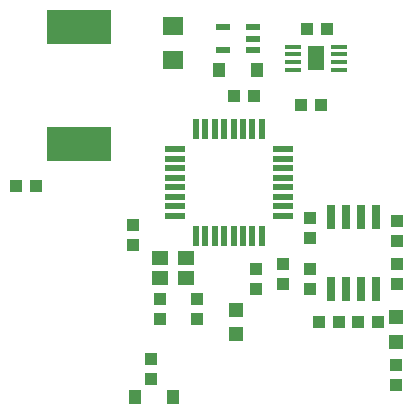
<source format=gbr>
G04 EAGLE Gerber RS-274X export*
G75*
%MOMM*%
%FSLAX34Y34*%
%LPD*%
%INSolderpaste Top*%
%IPPOS*%
%AMOC8*
5,1,8,0,0,1.08239X$1,22.5*%
G01*
%ADD10R,1.000000X1.100000*%
%ADD11R,0.660400X2.032000*%
%ADD12R,1.100000X1.000000*%
%ADD13R,1.220000X0.620000*%
%ADD14R,1.000000X1.200000*%
%ADD15R,1.803000X1.600000*%
%ADD16R,1.778000X0.558800*%
%ADD17R,0.558800X1.778000*%
%ADD18R,1.200000X1.200000*%
%ADD19R,1.400000X1.200000*%
%ADD20R,5.400000X2.900000*%
%ADD21R,1.350000X2.000000*%
%ADD22R,1.350000X0.450000*%


D10*
X353060Y163440D03*
X353060Y146440D03*
X353060Y183270D03*
X353060Y200270D03*
D11*
X335280Y203454D03*
X335280Y141986D03*
X322580Y203454D03*
X309880Y203454D03*
X322580Y141986D03*
X309880Y141986D03*
X297180Y203454D03*
X297180Y141986D03*
D10*
X337430Y114300D03*
X320430Y114300D03*
D12*
X256540Y163440D03*
X256540Y146440D03*
X279400Y159630D03*
X279400Y142630D03*
X279400Y185810D03*
X279400Y202810D03*
D10*
X287410Y114300D03*
X304410Y114300D03*
D13*
X231440Y344830D03*
X231440Y354330D03*
X231440Y363830D03*
X205440Y363830D03*
X205440Y344830D03*
D12*
X215020Y306070D03*
X232020Y306070D03*
D14*
X202240Y327660D03*
X234640Y327660D03*
D15*
X163830Y364740D03*
X163830Y336300D03*
D12*
X30870Y229870D03*
X47870Y229870D03*
D10*
X144780Y66430D03*
X144780Y83430D03*
X293742Y362204D03*
X276742Y362204D03*
D14*
X131120Y50800D03*
X163520Y50800D03*
D16*
X165354Y260410D03*
X165354Y252410D03*
X165354Y244410D03*
X165354Y236410D03*
X165354Y228410D03*
X165354Y220410D03*
X165354Y212410D03*
X165354Y204410D03*
D17*
X182820Y186944D03*
X190820Y186944D03*
X198820Y186944D03*
X206820Y186944D03*
X214820Y186944D03*
X222820Y186944D03*
X230820Y186944D03*
X238820Y186944D03*
D16*
X256286Y204410D03*
X256286Y212410D03*
X256286Y220410D03*
X256286Y228410D03*
X256286Y236410D03*
X256286Y244410D03*
X256286Y252410D03*
X256286Y260410D03*
D17*
X238820Y277876D03*
X230820Y277876D03*
X222820Y277876D03*
X214820Y277876D03*
X206820Y277876D03*
X198820Y277876D03*
X190820Y277876D03*
X182820Y277876D03*
D10*
X184150Y134230D03*
X184150Y117230D03*
X152400Y134230D03*
X152400Y117230D03*
D18*
X352044Y97704D03*
X352044Y118704D03*
D12*
X352298Y61096D03*
X352298Y78096D03*
D18*
X217170Y103800D03*
X217170Y124800D03*
D12*
X233680Y142630D03*
X233680Y159630D03*
D10*
X289170Y298450D03*
X272170Y298450D03*
D19*
X174830Y168520D03*
X174830Y151520D03*
X152830Y168520D03*
X152830Y151520D03*
D10*
X129540Y196206D03*
X129540Y179206D03*
D20*
X83820Y265460D03*
X83820Y363960D03*
D21*
X284480Y337820D03*
D22*
X264730Y341070D03*
X264730Y347570D03*
X264730Y334570D03*
X264730Y328070D03*
X304230Y341070D03*
X304230Y347570D03*
X304230Y334570D03*
X304230Y328070D03*
M02*

</source>
